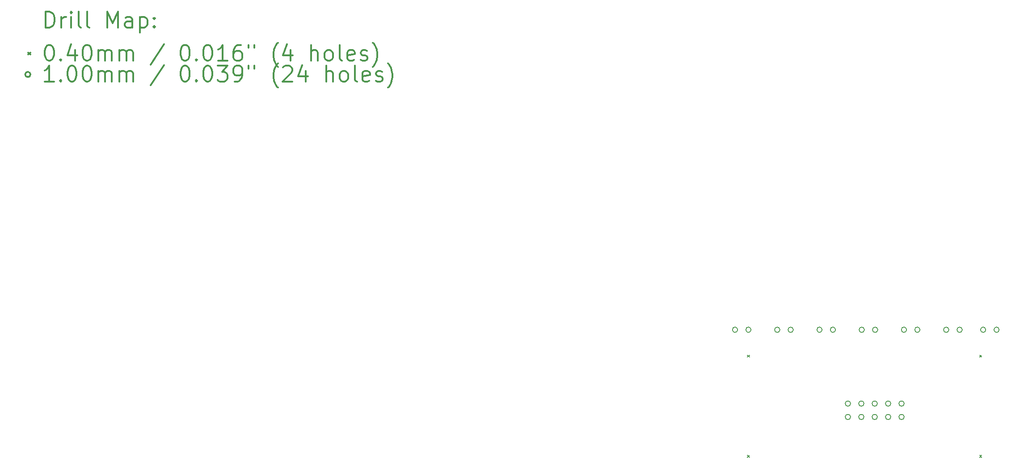
<source format=gbr>
%FSLAX45Y45*%
G04 Gerber Fmt 4.5, Leading zero omitted, Abs format (unit mm)*
G04 Created by KiCad (PCBNEW 5.1.8) date 2021-02-12 19:11:54*
%MOMM*%
%LPD*%
G01*
G04 APERTURE LIST*
%ADD10C,0.200000*%
%ADD11C,0.300000*%
G04 APERTURE END LIST*
D10*
X13580000Y-6680000D02*
X13620000Y-6720000D01*
X13620000Y-6680000D02*
X13580000Y-6720000D01*
X13580000Y-8580000D02*
X13620000Y-8620000D01*
X13620000Y-8580000D02*
X13580000Y-8620000D01*
X17980000Y-6680000D02*
X18020000Y-6720000D01*
X18020000Y-6680000D02*
X17980000Y-6720000D01*
X17980000Y-8580000D02*
X18020000Y-8620000D01*
X18020000Y-8580000D02*
X17980000Y-8620000D01*
X13396000Y-6200000D02*
G75*
G03*
X13396000Y-6200000I-50000J0D01*
G01*
X13650000Y-6200000D02*
G75*
G03*
X13650000Y-6200000I-50000J0D01*
G01*
X18096000Y-6200000D02*
G75*
G03*
X18096000Y-6200000I-50000J0D01*
G01*
X18350000Y-6200000D02*
G75*
G03*
X18350000Y-6200000I-50000J0D01*
G01*
X17396000Y-6200000D02*
G75*
G03*
X17396000Y-6200000I-50000J0D01*
G01*
X17650000Y-6200000D02*
G75*
G03*
X17650000Y-6200000I-50000J0D01*
G01*
X15534000Y-7600000D02*
G75*
G03*
X15534000Y-7600000I-50000J0D01*
G01*
X15534000Y-7854000D02*
G75*
G03*
X15534000Y-7854000I-50000J0D01*
G01*
X15788000Y-7600000D02*
G75*
G03*
X15788000Y-7600000I-50000J0D01*
G01*
X15788000Y-7854000D02*
G75*
G03*
X15788000Y-7854000I-50000J0D01*
G01*
X16042000Y-7600000D02*
G75*
G03*
X16042000Y-7600000I-50000J0D01*
G01*
X16042000Y-7854000D02*
G75*
G03*
X16042000Y-7854000I-50000J0D01*
G01*
X16296000Y-7600000D02*
G75*
G03*
X16296000Y-7600000I-50000J0D01*
G01*
X16296000Y-7854000D02*
G75*
G03*
X16296000Y-7854000I-50000J0D01*
G01*
X16550000Y-7600000D02*
G75*
G03*
X16550000Y-7600000I-50000J0D01*
G01*
X16550000Y-7854000D02*
G75*
G03*
X16550000Y-7854000I-50000J0D01*
G01*
X14996000Y-6200000D02*
G75*
G03*
X14996000Y-6200000I-50000J0D01*
G01*
X15250000Y-6200000D02*
G75*
G03*
X15250000Y-6200000I-50000J0D01*
G01*
X15796000Y-6200000D02*
G75*
G03*
X15796000Y-6200000I-50000J0D01*
G01*
X16050000Y-6200000D02*
G75*
G03*
X16050000Y-6200000I-50000J0D01*
G01*
X16596000Y-6200000D02*
G75*
G03*
X16596000Y-6200000I-50000J0D01*
G01*
X16850000Y-6200000D02*
G75*
G03*
X16850000Y-6200000I-50000J0D01*
G01*
X14196000Y-6200000D02*
G75*
G03*
X14196000Y-6200000I-50000J0D01*
G01*
X14450000Y-6200000D02*
G75*
G03*
X14450000Y-6200000I-50000J0D01*
G01*
D11*
X286429Y-465714D02*
X286429Y-165714D01*
X357857Y-165714D01*
X400714Y-180000D01*
X429286Y-208571D01*
X443571Y-237143D01*
X457857Y-294286D01*
X457857Y-337143D01*
X443571Y-394286D01*
X429286Y-422857D01*
X400714Y-451428D01*
X357857Y-465714D01*
X286429Y-465714D01*
X586429Y-465714D02*
X586429Y-265714D01*
X586429Y-322857D02*
X600714Y-294286D01*
X615000Y-280000D01*
X643571Y-265714D01*
X672143Y-265714D01*
X772143Y-465714D02*
X772143Y-265714D01*
X772143Y-165714D02*
X757857Y-180000D01*
X772143Y-194286D01*
X786428Y-180000D01*
X772143Y-165714D01*
X772143Y-194286D01*
X957857Y-465714D02*
X929286Y-451428D01*
X915000Y-422857D01*
X915000Y-165714D01*
X1115000Y-465714D02*
X1086429Y-451428D01*
X1072143Y-422857D01*
X1072143Y-165714D01*
X1457857Y-465714D02*
X1457857Y-165714D01*
X1557857Y-380000D01*
X1657857Y-165714D01*
X1657857Y-465714D01*
X1929286Y-465714D02*
X1929286Y-308571D01*
X1915000Y-280000D01*
X1886428Y-265714D01*
X1829286Y-265714D01*
X1800714Y-280000D01*
X1929286Y-451428D02*
X1900714Y-465714D01*
X1829286Y-465714D01*
X1800714Y-451428D01*
X1786428Y-422857D01*
X1786428Y-394286D01*
X1800714Y-365714D01*
X1829286Y-351428D01*
X1900714Y-351428D01*
X1929286Y-337143D01*
X2072143Y-265714D02*
X2072143Y-565714D01*
X2072143Y-280000D02*
X2100714Y-265714D01*
X2157857Y-265714D01*
X2186429Y-280000D01*
X2200714Y-294286D01*
X2215000Y-322857D01*
X2215000Y-408571D01*
X2200714Y-437143D01*
X2186429Y-451428D01*
X2157857Y-465714D01*
X2100714Y-465714D01*
X2072143Y-451428D01*
X2343571Y-437143D02*
X2357857Y-451428D01*
X2343571Y-465714D01*
X2329286Y-451428D01*
X2343571Y-437143D01*
X2343571Y-465714D01*
X2343571Y-280000D02*
X2357857Y-294286D01*
X2343571Y-308571D01*
X2329286Y-294286D01*
X2343571Y-280000D01*
X2343571Y-308571D01*
X-40000Y-940000D02*
X0Y-980000D01*
X0Y-940000D02*
X-40000Y-980000D01*
X343571Y-795714D02*
X372143Y-795714D01*
X400714Y-810000D01*
X415000Y-824286D01*
X429286Y-852857D01*
X443571Y-910000D01*
X443571Y-981428D01*
X429286Y-1038571D01*
X415000Y-1067143D01*
X400714Y-1081429D01*
X372143Y-1095714D01*
X343571Y-1095714D01*
X315000Y-1081429D01*
X300714Y-1067143D01*
X286429Y-1038571D01*
X272143Y-981428D01*
X272143Y-910000D01*
X286429Y-852857D01*
X300714Y-824286D01*
X315000Y-810000D01*
X343571Y-795714D01*
X572143Y-1067143D02*
X586429Y-1081429D01*
X572143Y-1095714D01*
X557857Y-1081429D01*
X572143Y-1067143D01*
X572143Y-1095714D01*
X843571Y-895714D02*
X843571Y-1095714D01*
X772143Y-781428D02*
X700714Y-995714D01*
X886428Y-995714D01*
X1057857Y-795714D02*
X1086429Y-795714D01*
X1115000Y-810000D01*
X1129286Y-824286D01*
X1143571Y-852857D01*
X1157857Y-910000D01*
X1157857Y-981428D01*
X1143571Y-1038571D01*
X1129286Y-1067143D01*
X1115000Y-1081429D01*
X1086429Y-1095714D01*
X1057857Y-1095714D01*
X1029286Y-1081429D01*
X1015000Y-1067143D01*
X1000714Y-1038571D01*
X986428Y-981428D01*
X986428Y-910000D01*
X1000714Y-852857D01*
X1015000Y-824286D01*
X1029286Y-810000D01*
X1057857Y-795714D01*
X1286429Y-1095714D02*
X1286429Y-895714D01*
X1286429Y-924286D02*
X1300714Y-910000D01*
X1329286Y-895714D01*
X1372143Y-895714D01*
X1400714Y-910000D01*
X1415000Y-938571D01*
X1415000Y-1095714D01*
X1415000Y-938571D02*
X1429286Y-910000D01*
X1457857Y-895714D01*
X1500714Y-895714D01*
X1529286Y-910000D01*
X1543571Y-938571D01*
X1543571Y-1095714D01*
X1686428Y-1095714D02*
X1686428Y-895714D01*
X1686428Y-924286D02*
X1700714Y-910000D01*
X1729286Y-895714D01*
X1772143Y-895714D01*
X1800714Y-910000D01*
X1815000Y-938571D01*
X1815000Y-1095714D01*
X1815000Y-938571D02*
X1829286Y-910000D01*
X1857857Y-895714D01*
X1900714Y-895714D01*
X1929286Y-910000D01*
X1943571Y-938571D01*
X1943571Y-1095714D01*
X2529286Y-781428D02*
X2272143Y-1167143D01*
X2915000Y-795714D02*
X2943571Y-795714D01*
X2972143Y-810000D01*
X2986428Y-824286D01*
X3000714Y-852857D01*
X3015000Y-910000D01*
X3015000Y-981428D01*
X3000714Y-1038571D01*
X2986428Y-1067143D01*
X2972143Y-1081429D01*
X2943571Y-1095714D01*
X2915000Y-1095714D01*
X2886428Y-1081429D01*
X2872143Y-1067143D01*
X2857857Y-1038571D01*
X2843571Y-981428D01*
X2843571Y-910000D01*
X2857857Y-852857D01*
X2872143Y-824286D01*
X2886428Y-810000D01*
X2915000Y-795714D01*
X3143571Y-1067143D02*
X3157857Y-1081429D01*
X3143571Y-1095714D01*
X3129286Y-1081429D01*
X3143571Y-1067143D01*
X3143571Y-1095714D01*
X3343571Y-795714D02*
X3372143Y-795714D01*
X3400714Y-810000D01*
X3415000Y-824286D01*
X3429286Y-852857D01*
X3443571Y-910000D01*
X3443571Y-981428D01*
X3429286Y-1038571D01*
X3415000Y-1067143D01*
X3400714Y-1081429D01*
X3372143Y-1095714D01*
X3343571Y-1095714D01*
X3315000Y-1081429D01*
X3300714Y-1067143D01*
X3286428Y-1038571D01*
X3272143Y-981428D01*
X3272143Y-910000D01*
X3286428Y-852857D01*
X3300714Y-824286D01*
X3315000Y-810000D01*
X3343571Y-795714D01*
X3729286Y-1095714D02*
X3557857Y-1095714D01*
X3643571Y-1095714D02*
X3643571Y-795714D01*
X3615000Y-838571D01*
X3586428Y-867143D01*
X3557857Y-881428D01*
X3986428Y-795714D02*
X3929286Y-795714D01*
X3900714Y-810000D01*
X3886428Y-824286D01*
X3857857Y-867143D01*
X3843571Y-924286D01*
X3843571Y-1038571D01*
X3857857Y-1067143D01*
X3872143Y-1081429D01*
X3900714Y-1095714D01*
X3957857Y-1095714D01*
X3986428Y-1081429D01*
X4000714Y-1067143D01*
X4015000Y-1038571D01*
X4015000Y-967143D01*
X4000714Y-938571D01*
X3986428Y-924286D01*
X3957857Y-910000D01*
X3900714Y-910000D01*
X3872143Y-924286D01*
X3857857Y-938571D01*
X3843571Y-967143D01*
X4129286Y-795714D02*
X4129286Y-852857D01*
X4243571Y-795714D02*
X4243571Y-852857D01*
X4686429Y-1210000D02*
X4672143Y-1195714D01*
X4643571Y-1152857D01*
X4629286Y-1124286D01*
X4615000Y-1081429D01*
X4600714Y-1010000D01*
X4600714Y-952857D01*
X4615000Y-881428D01*
X4629286Y-838571D01*
X4643571Y-810000D01*
X4672143Y-767143D01*
X4686429Y-752857D01*
X4929286Y-895714D02*
X4929286Y-1095714D01*
X4857857Y-781428D02*
X4786429Y-995714D01*
X4972143Y-995714D01*
X5315000Y-1095714D02*
X5315000Y-795714D01*
X5443571Y-1095714D02*
X5443571Y-938571D01*
X5429286Y-910000D01*
X5400714Y-895714D01*
X5357857Y-895714D01*
X5329286Y-910000D01*
X5315000Y-924286D01*
X5629286Y-1095714D02*
X5600714Y-1081429D01*
X5586429Y-1067143D01*
X5572143Y-1038571D01*
X5572143Y-952857D01*
X5586429Y-924286D01*
X5600714Y-910000D01*
X5629286Y-895714D01*
X5672143Y-895714D01*
X5700714Y-910000D01*
X5715000Y-924286D01*
X5729286Y-952857D01*
X5729286Y-1038571D01*
X5715000Y-1067143D01*
X5700714Y-1081429D01*
X5672143Y-1095714D01*
X5629286Y-1095714D01*
X5900714Y-1095714D02*
X5872143Y-1081429D01*
X5857857Y-1052857D01*
X5857857Y-795714D01*
X6129286Y-1081429D02*
X6100714Y-1095714D01*
X6043571Y-1095714D01*
X6015000Y-1081429D01*
X6000714Y-1052857D01*
X6000714Y-938571D01*
X6015000Y-910000D01*
X6043571Y-895714D01*
X6100714Y-895714D01*
X6129286Y-910000D01*
X6143571Y-938571D01*
X6143571Y-967143D01*
X6000714Y-995714D01*
X6257857Y-1081429D02*
X6286428Y-1095714D01*
X6343571Y-1095714D01*
X6372143Y-1081429D01*
X6386428Y-1052857D01*
X6386428Y-1038571D01*
X6372143Y-1010000D01*
X6343571Y-995714D01*
X6300714Y-995714D01*
X6272143Y-981428D01*
X6257857Y-952857D01*
X6257857Y-938571D01*
X6272143Y-910000D01*
X6300714Y-895714D01*
X6343571Y-895714D01*
X6372143Y-910000D01*
X6486428Y-1210000D02*
X6500714Y-1195714D01*
X6529286Y-1152857D01*
X6543571Y-1124286D01*
X6557857Y-1081429D01*
X6572143Y-1010000D01*
X6572143Y-952857D01*
X6557857Y-881428D01*
X6543571Y-838571D01*
X6529286Y-810000D01*
X6500714Y-767143D01*
X6486428Y-752857D01*
X0Y-1356000D02*
G75*
G03*
X0Y-1356000I-50000J0D01*
G01*
X443571Y-1491714D02*
X272143Y-1491714D01*
X357857Y-1491714D02*
X357857Y-1191714D01*
X329286Y-1234571D01*
X300714Y-1263143D01*
X272143Y-1277429D01*
X572143Y-1463143D02*
X586429Y-1477428D01*
X572143Y-1491714D01*
X557857Y-1477428D01*
X572143Y-1463143D01*
X572143Y-1491714D01*
X772143Y-1191714D02*
X800714Y-1191714D01*
X829286Y-1206000D01*
X843571Y-1220286D01*
X857857Y-1248857D01*
X872143Y-1306000D01*
X872143Y-1377429D01*
X857857Y-1434571D01*
X843571Y-1463143D01*
X829286Y-1477428D01*
X800714Y-1491714D01*
X772143Y-1491714D01*
X743571Y-1477428D01*
X729286Y-1463143D01*
X715000Y-1434571D01*
X700714Y-1377429D01*
X700714Y-1306000D01*
X715000Y-1248857D01*
X729286Y-1220286D01*
X743571Y-1206000D01*
X772143Y-1191714D01*
X1057857Y-1191714D02*
X1086429Y-1191714D01*
X1115000Y-1206000D01*
X1129286Y-1220286D01*
X1143571Y-1248857D01*
X1157857Y-1306000D01*
X1157857Y-1377429D01*
X1143571Y-1434571D01*
X1129286Y-1463143D01*
X1115000Y-1477428D01*
X1086429Y-1491714D01*
X1057857Y-1491714D01*
X1029286Y-1477428D01*
X1015000Y-1463143D01*
X1000714Y-1434571D01*
X986428Y-1377429D01*
X986428Y-1306000D01*
X1000714Y-1248857D01*
X1015000Y-1220286D01*
X1029286Y-1206000D01*
X1057857Y-1191714D01*
X1286429Y-1491714D02*
X1286429Y-1291714D01*
X1286429Y-1320286D02*
X1300714Y-1306000D01*
X1329286Y-1291714D01*
X1372143Y-1291714D01*
X1400714Y-1306000D01*
X1415000Y-1334571D01*
X1415000Y-1491714D01*
X1415000Y-1334571D02*
X1429286Y-1306000D01*
X1457857Y-1291714D01*
X1500714Y-1291714D01*
X1529286Y-1306000D01*
X1543571Y-1334571D01*
X1543571Y-1491714D01*
X1686428Y-1491714D02*
X1686428Y-1291714D01*
X1686428Y-1320286D02*
X1700714Y-1306000D01*
X1729286Y-1291714D01*
X1772143Y-1291714D01*
X1800714Y-1306000D01*
X1815000Y-1334571D01*
X1815000Y-1491714D01*
X1815000Y-1334571D02*
X1829286Y-1306000D01*
X1857857Y-1291714D01*
X1900714Y-1291714D01*
X1929286Y-1306000D01*
X1943571Y-1334571D01*
X1943571Y-1491714D01*
X2529286Y-1177429D02*
X2272143Y-1563143D01*
X2915000Y-1191714D02*
X2943571Y-1191714D01*
X2972143Y-1206000D01*
X2986428Y-1220286D01*
X3000714Y-1248857D01*
X3015000Y-1306000D01*
X3015000Y-1377429D01*
X3000714Y-1434571D01*
X2986428Y-1463143D01*
X2972143Y-1477428D01*
X2943571Y-1491714D01*
X2915000Y-1491714D01*
X2886428Y-1477428D01*
X2872143Y-1463143D01*
X2857857Y-1434571D01*
X2843571Y-1377429D01*
X2843571Y-1306000D01*
X2857857Y-1248857D01*
X2872143Y-1220286D01*
X2886428Y-1206000D01*
X2915000Y-1191714D01*
X3143571Y-1463143D02*
X3157857Y-1477428D01*
X3143571Y-1491714D01*
X3129286Y-1477428D01*
X3143571Y-1463143D01*
X3143571Y-1491714D01*
X3343571Y-1191714D02*
X3372143Y-1191714D01*
X3400714Y-1206000D01*
X3415000Y-1220286D01*
X3429286Y-1248857D01*
X3443571Y-1306000D01*
X3443571Y-1377429D01*
X3429286Y-1434571D01*
X3415000Y-1463143D01*
X3400714Y-1477428D01*
X3372143Y-1491714D01*
X3343571Y-1491714D01*
X3315000Y-1477428D01*
X3300714Y-1463143D01*
X3286428Y-1434571D01*
X3272143Y-1377429D01*
X3272143Y-1306000D01*
X3286428Y-1248857D01*
X3300714Y-1220286D01*
X3315000Y-1206000D01*
X3343571Y-1191714D01*
X3543571Y-1191714D02*
X3729286Y-1191714D01*
X3629286Y-1306000D01*
X3672143Y-1306000D01*
X3700714Y-1320286D01*
X3715000Y-1334571D01*
X3729286Y-1363143D01*
X3729286Y-1434571D01*
X3715000Y-1463143D01*
X3700714Y-1477428D01*
X3672143Y-1491714D01*
X3586428Y-1491714D01*
X3557857Y-1477428D01*
X3543571Y-1463143D01*
X3872143Y-1491714D02*
X3929286Y-1491714D01*
X3957857Y-1477428D01*
X3972143Y-1463143D01*
X4000714Y-1420286D01*
X4015000Y-1363143D01*
X4015000Y-1248857D01*
X4000714Y-1220286D01*
X3986428Y-1206000D01*
X3957857Y-1191714D01*
X3900714Y-1191714D01*
X3872143Y-1206000D01*
X3857857Y-1220286D01*
X3843571Y-1248857D01*
X3843571Y-1320286D01*
X3857857Y-1348857D01*
X3872143Y-1363143D01*
X3900714Y-1377429D01*
X3957857Y-1377429D01*
X3986428Y-1363143D01*
X4000714Y-1348857D01*
X4015000Y-1320286D01*
X4129286Y-1191714D02*
X4129286Y-1248857D01*
X4243571Y-1191714D02*
X4243571Y-1248857D01*
X4686429Y-1606000D02*
X4672143Y-1591714D01*
X4643571Y-1548857D01*
X4629286Y-1520286D01*
X4615000Y-1477428D01*
X4600714Y-1406000D01*
X4600714Y-1348857D01*
X4615000Y-1277429D01*
X4629286Y-1234571D01*
X4643571Y-1206000D01*
X4672143Y-1163143D01*
X4686429Y-1148857D01*
X4786429Y-1220286D02*
X4800714Y-1206000D01*
X4829286Y-1191714D01*
X4900714Y-1191714D01*
X4929286Y-1206000D01*
X4943571Y-1220286D01*
X4957857Y-1248857D01*
X4957857Y-1277429D01*
X4943571Y-1320286D01*
X4772143Y-1491714D01*
X4957857Y-1491714D01*
X5215000Y-1291714D02*
X5215000Y-1491714D01*
X5143571Y-1177429D02*
X5072143Y-1391714D01*
X5257857Y-1391714D01*
X5600714Y-1491714D02*
X5600714Y-1191714D01*
X5729286Y-1491714D02*
X5729286Y-1334571D01*
X5715000Y-1306000D01*
X5686428Y-1291714D01*
X5643571Y-1291714D01*
X5615000Y-1306000D01*
X5600714Y-1320286D01*
X5915000Y-1491714D02*
X5886428Y-1477428D01*
X5872143Y-1463143D01*
X5857857Y-1434571D01*
X5857857Y-1348857D01*
X5872143Y-1320286D01*
X5886428Y-1306000D01*
X5915000Y-1291714D01*
X5957857Y-1291714D01*
X5986428Y-1306000D01*
X6000714Y-1320286D01*
X6015000Y-1348857D01*
X6015000Y-1434571D01*
X6000714Y-1463143D01*
X5986428Y-1477428D01*
X5957857Y-1491714D01*
X5915000Y-1491714D01*
X6186428Y-1491714D02*
X6157857Y-1477428D01*
X6143571Y-1448857D01*
X6143571Y-1191714D01*
X6415000Y-1477428D02*
X6386428Y-1491714D01*
X6329286Y-1491714D01*
X6300714Y-1477428D01*
X6286428Y-1448857D01*
X6286428Y-1334571D01*
X6300714Y-1306000D01*
X6329286Y-1291714D01*
X6386428Y-1291714D01*
X6415000Y-1306000D01*
X6429286Y-1334571D01*
X6429286Y-1363143D01*
X6286428Y-1391714D01*
X6543571Y-1477428D02*
X6572143Y-1491714D01*
X6629286Y-1491714D01*
X6657857Y-1477428D01*
X6672143Y-1448857D01*
X6672143Y-1434571D01*
X6657857Y-1406000D01*
X6629286Y-1391714D01*
X6586428Y-1391714D01*
X6557857Y-1377429D01*
X6543571Y-1348857D01*
X6543571Y-1334571D01*
X6557857Y-1306000D01*
X6586428Y-1291714D01*
X6629286Y-1291714D01*
X6657857Y-1306000D01*
X6772143Y-1606000D02*
X6786428Y-1591714D01*
X6815000Y-1548857D01*
X6829286Y-1520286D01*
X6843571Y-1477428D01*
X6857857Y-1406000D01*
X6857857Y-1348857D01*
X6843571Y-1277429D01*
X6829286Y-1234571D01*
X6815000Y-1206000D01*
X6786428Y-1163143D01*
X6772143Y-1148857D01*
M02*

</source>
